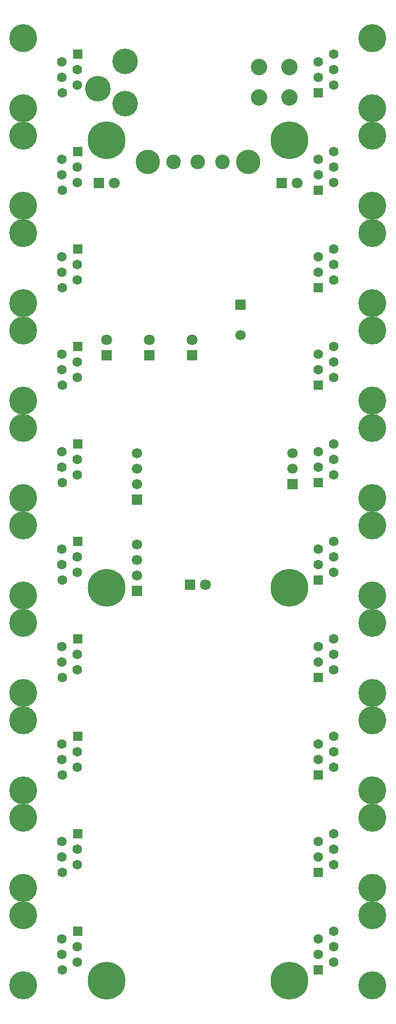
<source format=gbr>
G04 #@! TF.FileFunction,Soldermask,Bot*
%FSLAX46Y46*%
G04 Gerber Fmt 4.6, Leading zero omitted, Abs format (unit mm)*
G04 Created by KiCad (PCBNEW (after 2015-mar-04 BZR unknown)-product) date 25.04.2015 20:58:03*
%MOMM*%
G01*
G04 APERTURE LIST*
%ADD10C,0.100000*%
%ADD11R,1.700000X1.700000*%
%ADD12C,1.700000*%
%ADD13R,1.800000X1.800000*%
%ADD14C,1.800000*%
%ADD15C,6.200000*%
%ADD16C,4.600000*%
%ADD17C,1.600000*%
%ADD18R,1.600000X1.600000*%
%ADD19C,4.200000*%
%ADD20C,2.700000*%
%ADD21C,2.400000*%
%ADD22C,4.000000*%
G04 APERTURE END LIST*
D10*
D11*
X91500000Y-65500000D03*
D12*
X91500000Y-70500000D03*
D13*
X68230000Y-45500000D03*
D14*
X70770000Y-45500000D03*
D13*
X83500000Y-73770000D03*
D14*
X83500000Y-71230000D03*
D13*
X76500000Y-73770000D03*
D14*
X76500000Y-71230000D03*
D13*
X69500000Y-73770000D03*
D14*
X69500000Y-71230000D03*
D13*
X98230000Y-45500000D03*
D14*
X100770000Y-45500000D03*
D13*
X83230000Y-111500000D03*
D14*
X85770000Y-111500000D03*
D15*
X99500000Y-176500000D03*
X69500000Y-176500000D03*
X99500000Y-38500000D03*
X69500000Y-38500000D03*
D11*
X74500000Y-97500000D03*
D12*
X74500000Y-94960000D03*
X74500000Y-92420000D03*
X74500000Y-89880000D03*
D11*
X100000000Y-95000000D03*
D12*
X100000000Y-92460000D03*
X100000000Y-89920000D03*
D11*
X74500000Y-112500000D03*
D12*
X74500000Y-109960000D03*
X74500000Y-107420000D03*
X74500000Y-104880000D03*
D16*
X55800000Y-21750000D03*
X55800000Y-33250000D03*
D17*
X64689960Y-26865000D03*
X62149960Y-28135000D03*
X64689960Y-29405000D03*
X62149960Y-25595000D03*
D18*
X64692500Y-24325000D03*
D17*
X62152500Y-30675000D03*
D16*
X55800000Y-37750000D03*
X55800000Y-49250000D03*
D17*
X64689960Y-42865000D03*
X62149960Y-44135000D03*
X64689960Y-45405000D03*
X62149960Y-41595000D03*
D18*
X64692500Y-40325000D03*
D17*
X62152500Y-46675000D03*
D16*
X55800000Y-53750000D03*
X55800000Y-65250000D03*
D17*
X64689960Y-58865000D03*
X62149960Y-60135000D03*
X64689960Y-61405000D03*
X62149960Y-57595000D03*
D18*
X64692500Y-56325000D03*
D17*
X62152500Y-62675000D03*
D16*
X55800000Y-69750000D03*
X55800000Y-81250000D03*
D17*
X64689960Y-74865000D03*
X62149960Y-76135000D03*
X64689960Y-77405000D03*
X62149960Y-73595000D03*
D18*
X64692500Y-72325000D03*
D17*
X62152500Y-78675000D03*
D16*
X55800000Y-85750000D03*
X55800000Y-97250000D03*
D17*
X64689960Y-90865000D03*
X62149960Y-92135000D03*
X64689960Y-93405000D03*
X62149960Y-89595000D03*
D18*
X64692500Y-88325000D03*
D17*
X62152500Y-94675000D03*
D19*
X72500000Y-25500000D03*
X68000000Y-30000000D03*
X72500000Y-32500000D03*
D20*
X99500000Y-31500000D03*
X99500000Y-26500000D03*
X94500000Y-26500000D03*
X94500000Y-31500000D03*
D16*
X55800000Y-101750000D03*
X55800000Y-113250000D03*
D17*
X64689960Y-106865000D03*
X62149960Y-108135000D03*
X64689960Y-109405000D03*
X62149960Y-105595000D03*
D18*
X64692500Y-104325000D03*
D17*
X62152500Y-110675000D03*
D16*
X55800000Y-117750000D03*
X55800000Y-129250000D03*
D17*
X64689960Y-122865000D03*
X62149960Y-124135000D03*
X64689960Y-125405000D03*
X62149960Y-121595000D03*
D18*
X64692500Y-120325000D03*
D17*
X62152500Y-126675000D03*
D16*
X55800000Y-133750000D03*
X55800000Y-145250000D03*
D17*
X64689960Y-138865000D03*
X62149960Y-140135000D03*
X64689960Y-141405000D03*
X62149960Y-137595000D03*
D18*
X64692500Y-136325000D03*
D17*
X62152500Y-142675000D03*
D16*
X55800000Y-149750000D03*
X55800000Y-161250000D03*
D17*
X64689960Y-154865000D03*
X62149960Y-156135000D03*
X64689960Y-157405000D03*
X62149960Y-153595000D03*
D18*
X64692500Y-152325000D03*
D17*
X62152500Y-158675000D03*
D16*
X55800000Y-165750000D03*
X55800000Y-177250000D03*
D17*
X64689960Y-170865000D03*
X62149960Y-172135000D03*
X64689960Y-173405000D03*
X62149960Y-169595000D03*
D18*
X64692500Y-168325000D03*
D17*
X62152500Y-174675000D03*
D16*
X113200000Y-33250000D03*
X113200000Y-21750000D03*
D17*
X104310040Y-28135000D03*
X106850040Y-26865000D03*
X104310040Y-25595000D03*
X106850040Y-29405000D03*
D18*
X104307500Y-30675000D03*
D17*
X106847500Y-24325000D03*
D16*
X113200000Y-49250000D03*
X113200000Y-37750000D03*
D17*
X104310040Y-44135000D03*
X106850040Y-42865000D03*
X104310040Y-41595000D03*
X106850040Y-45405000D03*
D18*
X104307500Y-46675000D03*
D17*
X106847500Y-40325000D03*
D16*
X113200000Y-65250000D03*
X113200000Y-53750000D03*
D17*
X104310040Y-60135000D03*
X106850040Y-58865000D03*
X104310040Y-57595000D03*
X106850040Y-61405000D03*
D18*
X104307500Y-62675000D03*
D17*
X106847500Y-56325000D03*
D16*
X113200000Y-81250000D03*
X113200000Y-69750000D03*
D17*
X104310040Y-76135000D03*
X106850040Y-74865000D03*
X104310040Y-73595000D03*
X106850040Y-77405000D03*
D18*
X104307500Y-78675000D03*
D17*
X106847500Y-72325000D03*
D16*
X113200000Y-97250000D03*
X113200000Y-85750000D03*
D17*
X104310040Y-92135000D03*
X106850040Y-90865000D03*
X104310040Y-89595000D03*
X106850040Y-93405000D03*
D18*
X104307500Y-94675000D03*
D17*
X106847500Y-88325000D03*
D16*
X113200000Y-113250000D03*
X113200000Y-101750000D03*
D17*
X104310040Y-108135000D03*
X106850040Y-106865000D03*
X104310040Y-105595000D03*
X106850040Y-109405000D03*
D18*
X104307500Y-110675000D03*
D17*
X106847500Y-104325000D03*
D16*
X113200000Y-129250000D03*
X113200000Y-117750000D03*
D17*
X104310040Y-124135000D03*
X106850040Y-122865000D03*
X104310040Y-121595000D03*
X106850040Y-125405000D03*
D18*
X104307500Y-126675000D03*
D17*
X106847500Y-120325000D03*
D16*
X113200000Y-145250000D03*
X113200000Y-133750000D03*
D17*
X104310040Y-140135000D03*
X106850040Y-138865000D03*
X104310040Y-137595000D03*
X106850040Y-141405000D03*
D18*
X104307500Y-142675000D03*
D17*
X106847500Y-136325000D03*
D16*
X113200000Y-161250000D03*
X113200000Y-149750000D03*
D17*
X104310040Y-156135000D03*
X106850040Y-154865000D03*
X104310040Y-153595000D03*
X106850040Y-157405000D03*
D18*
X104307500Y-158675000D03*
D17*
X106847500Y-152325000D03*
D16*
X113200000Y-177250000D03*
X113200000Y-165750000D03*
D17*
X104310040Y-172135000D03*
X106850040Y-170865000D03*
X104310040Y-169595000D03*
X106850040Y-173405000D03*
D18*
X104307500Y-174675000D03*
D17*
X106847500Y-168325000D03*
D21*
X80500000Y-42000000D03*
X84500000Y-42000000D03*
X88500000Y-42000000D03*
D22*
X76250000Y-42000000D03*
X92750000Y-42000000D03*
D15*
X99500000Y-112000000D03*
X69500000Y-112000000D03*
M02*

</source>
